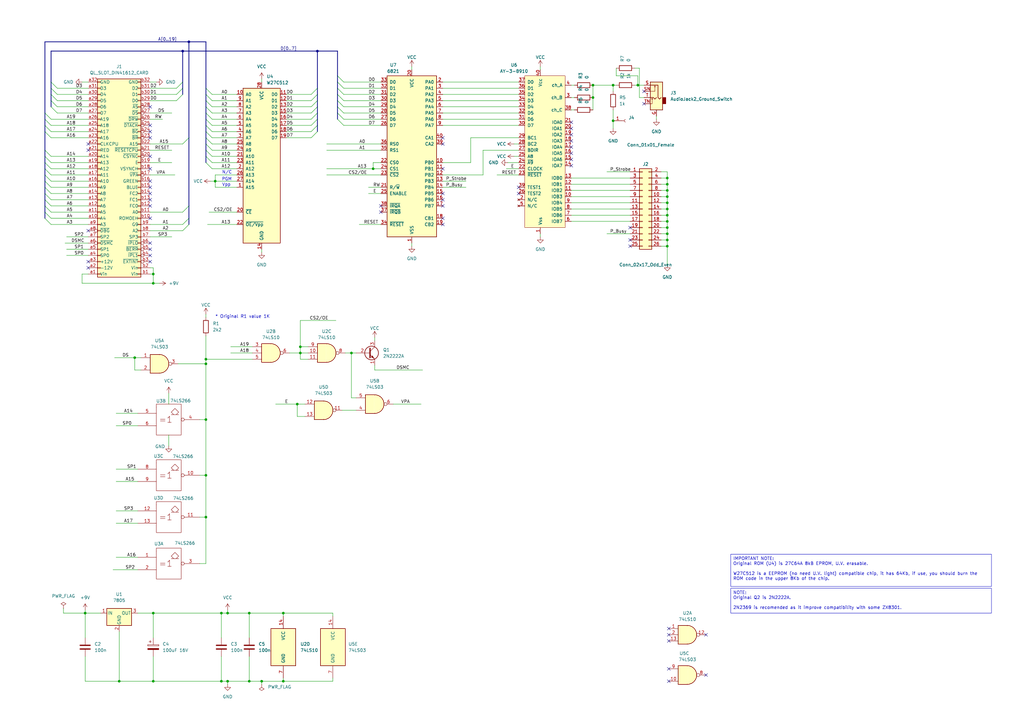
<source format=kicad_sch>
(kicad_sch (version 20230121) (generator eeschema)
  (paper "A3")
  (title_block (title "QSound/Qprint Interface for Sinclair QL") (date "2023-11-19") (rev "0.0b") (company "Alvaro Alea Fdz"))
  (junction (at 84.455 194.945))
  (junction (at 243.205 40.005))
  (junction (at 48.895 279.4))
  (junction (at 273.685 98.425))
  (junction (at 84.455 149.225))
  (junction (at 243.205 34.925))
  (junction (at 123.19 142.24))
  (junction (at 93.345 279.4))
  (junction (at 251.46 49.53))
  (junction (at 62.865 112.395))
  (junction (at 55.245 146.685))
  (junction (at 62.865 251.46))
  (junction (at 273.685 93.345))
  (junction (at 273.685 75.565))
  (junction (at 84.455 147.32))
  (junction (at 62.865 279.4))
  (junction (at 251.46 34.925))
  (junction (at 273.685 80.645))
  (junction (at 121.92 165.735))
  (junction (at 153.035 69.215))
  (junction (at 273.685 85.725))
  (junction (at 93.345 251.46))
  (junction (at 34.925 251.46))
  (junction (at 102.235 251.46))
  (junction (at 84.455 212.09))
  (junction (at 144.145 144.78))
  (junction (at 88.265 74.295))
  (junction (at 273.685 88.265))
  (junction (at 116.205 251.46))
  (junction (at 273.685 100.965))
  (junction (at 77.47 17.145))
  (junction (at 123.19 144.78))
  (junction (at 74.93 20.955))
  (junction (at 130.175 20.955))
  (junction (at 273.685 73.025))
  (junction (at 90.805 251.46))
  (junction (at 107.315 279.4))
  (junction (at 273.685 90.805))
  (junction (at 62.865 116.205))
  (junction (at 261.62 34.925))
  (junction (at 273.685 83.185))
  (junction (at 273.685 95.885))
  (junction (at 116.205 279.4))
  (junction (at 90.805 279.4))
  (junction (at 102.235 279.4))
  (junction (at 84.455 172.085))
  (junction (at 273.685 78.105))
  (no_connect (at 61.595 51.435))
  (no_connect (at 36.195 59.055))
  (no_connect (at 36.195 94.615))
  (no_connect (at 61.595 43.815))
  (no_connect (at 61.595 53.975))
  (no_connect (at 61.595 56.515))
  (no_connect (at 61.595 79.375))
  (no_connect (at 61.595 81.915))
  (no_connect (at 61.595 84.455))
  (no_connect (at 61.595 89.535))
  (no_connect (at 61.595 99.695))
  (no_connect (at 61.595 102.235))
  (no_connect (at 61.595 104.775))
  (no_connect (at 61.595 107.315))
  (no_connect (at 156.21 84.455))
  (no_connect (at 156.21 86.995))
  (no_connect (at 181.61 56.515))
  (no_connect (at 181.61 59.055))
  (no_connect (at 181.61 69.215))
  (no_connect (at 181.61 79.375))
  (no_connect (at 181.61 81.915))
  (no_connect (at 181.61 84.455))
  (no_connect (at 181.61 89.535))
  (no_connect (at 181.61 92.075))
  (no_connect (at 36.195 107.315))
  (no_connect (at 36.195 109.855))
  (no_connect (at 264.16 42.545))
  (no_connect (at 264.16 37.465))
  (no_connect (at 212.725 76.835))
  (no_connect (at 212.725 79.375))
  (no_connect (at 234.315 50.165))
  (no_connect (at 234.315 52.705))
  (no_connect (at 234.315 55.245))
  (no_connect (at 234.315 57.785))
  (no_connect (at 234.315 60.325))
  (no_connect (at 234.315 62.865))
  (no_connect (at 234.315 65.405))
  (no_connect (at 234.315 67.945))
  (no_connect (at 258.445 93.345))
  (no_connect (at 258.445 98.425))
  (no_connect (at 258.445 100.965))
  (no_connect (at 274.32 257.81))
  (no_connect (at 274.32 260.35))
  (no_connect (at 274.32 262.89))
  (no_connect (at 274.32 274.32))
  (no_connect (at 274.32 279.4))
  (no_connect (at 289.56 260.35))
  (no_connect (at 289.56 276.86))
  (no_connect (at 36.195 61.595))
  (no_connect (at 61.595 64.135))
  (no_connect (at 61.595 69.215))
  (no_connect (at 61.595 74.295))
  (no_connect (at 61.595 76.835))
  (bus_entry (at 130.175 43.815) (size -2.54 2.54))
  (bus_entry (at 77.47 92.075) (size -2.54 2.54))
  (bus_entry (at 18.415 76.835) (size 2.54 2.54))
  (bus_entry (at 84.455 48.895) (size 2.54 2.54))
  (bus_entry (at 18.415 71.755) (size 2.54 2.54))
  (bus_entry (at 77.47 89.535) (size -2.54 2.54))
  (bus_entry (at 84.455 56.515) (size 2.54 2.54))
  (bus_entry (at 20.955 38.735) (size 2.54 2.54))
  (bus_entry (at 18.415 86.995) (size 2.54 2.54))
  (bus_entry (at 130.175 36.195) (size -2.54 2.54))
  (bus_entry (at 84.455 38.735) (size 2.54 2.54))
  (bus_entry (at 20.955 41.275) (size 2.54 2.54))
  (bus_entry (at 18.415 84.455) (size 2.54 2.54))
  (bus_entry (at 18.415 89.535) (size 2.54 2.54))
  (bus_entry (at 84.455 66.675) (size 2.54 2.54))
  (bus_entry (at 138.43 31.115) (size 2.54 2.54))
  (bus_entry (at 84.455 43.815) (size 2.54 2.54))
  (bus_entry (at 138.43 46.355) (size 2.54 2.54))
  (bus_entry (at 84.455 46.355) (size 2.54 2.54))
  (bus_entry (at 20.955 36.195) (size 2.54 2.54))
  (bus_entry (at 84.455 36.195) (size 2.54 2.54))
  (bus_entry (at 18.415 64.135) (size 2.54 2.54))
  (bus_entry (at 20.955 43.815) (size 2.54 2.54))
  (bus_entry (at 20.955 33.655) (size 2.54 2.54))
  (bus_entry (at 74.93 33.655) (size -2.54 2.54))
  (bus_entry (at 18.415 46.355) (size 2.54 2.54))
  (bus_entry (at 138.43 36.195) (size 2.54 2.54))
  (bus_entry (at 130.175 48.895) (size -2.54 2.54))
  (bus_entry (at 84.455 51.435) (size 2.54 2.54))
  (bus_entry (at 130.175 38.735) (size -2.54 2.54))
  (bus_entry (at 18.415 81.915) (size 2.54 2.54))
  (bus_entry (at 18.415 61.595) (size 2.54 2.54))
  (bus_entry (at 18.415 74.295) (size 2.54 2.54))
  (bus_entry (at 138.43 38.735) (size 2.54 2.54))
  (bus_entry (at 77.47 84.455) (size -2.54 2.54))
  (bus_entry (at 130.175 46.355) (size -2.54 2.54))
  (bus_entry (at 130.175 53.975) (size -2.54 2.54))
  (bus_entry (at 77.47 56.515) (size -2.54 2.54))
  (bus_entry (at 138.43 48.895) (size 2.54 2.54))
  (bus_entry (at 18.415 69.215) (size 2.54 2.54))
  (bus_entry (at 18.415 66.675) (size 2.54 2.54))
  (bus_entry (at 130.175 41.275) (size -2.54 2.54))
  (bus_entry (at 138.43 43.815) (size 2.54 2.54))
  (bus_entry (at 84.455 61.595) (size 2.54 2.54))
  (bus_entry (at 84.455 53.975) (size 2.54 2.54))
  (bus_entry (at 18.415 51.435) (size 2.54 2.54))
  (bus_entry (at 138.43 33.655) (size 2.54 2.54))
  (bus_entry (at 74.93 38.735) (size -2.54 2.54))
  (bus_entry (at 18.415 79.375) (size 2.54 2.54))
  (bus_entry (at 18.415 53.975) (size 2.54 2.54))
  (bus_entry (at 130.175 51.435) (size -2.54 2.54))
  (bus_entry (at 84.455 64.135) (size 2.54 2.54))
  (bus_entry (at 74.93 36.195) (size -2.54 2.54))
  (bus_entry (at 18.415 48.895) (size 2.54 2.54))
  (bus_entry (at 84.455 59.055) (size 2.54 2.54))
  (bus_entry (at 138.43 41.275) (size 2.54 2.54))
  (bus_entry (at 84.455 41.275) (size 2.54 2.54))
  (wire (pts (xy 234.315 45.085) (xy 235.585 45.085)))
  (bus (pts (xy 84.455 61.595) (xy 84.455 64.135)))
  (wire (pts (xy 47.625 197.485) (xy 56.515 197.485)))
  (bus (pts (xy 18.415 76.835) (xy 18.415 79.375)))
  (wire (pts (xy 107.315 102.235) (xy 107.315 103.505)))
  (bus (pts (xy 74.93 33.655) (xy 74.93 36.195)))
  (wire (pts (xy 61.595 94.615) (xy 74.93 94.615)))
  (wire (pts (xy 248.92 70.485) (xy 258.445 70.485)))
  (wire (pts (xy 168.91 99.695) (xy 168.91 100.965)))
  (wire (pts (xy 210.82 59.055) (xy 212.725 59.055)))
  (wire (pts (xy 117.475 38.735) (xy 127.635 38.735)))
  (wire (pts (xy 20.955 79.375) (xy 36.195 79.375)))
  (wire (pts (xy 260.35 34.925) (xy 261.62 34.925)))
  (bus (pts (xy 130.175 41.275) (xy 130.175 43.815)))
  (bus (pts (xy 138.43 31.115) (xy 138.43 33.655)))
  (wire (pts (xy 46.355 233.68) (xy 56.515 233.68)))
  (wire (pts (xy 102.235 251.46) (xy 102.235 261.62)))
  (wire (pts (xy 69.215 161.29) (xy 69.215 165.735)))
  (bus (pts (xy 18.415 69.215) (xy 18.415 71.755)))
  (wire (pts (xy 61.595 38.735) (xy 72.39 38.735)))
  (wire (pts (xy 153.035 66.675) (xy 153.035 69.215)))
  (wire (pts (xy 156.21 66.675) (xy 153.035 66.675)))
  (wire (pts (xy 86.995 48.895) (xy 97.155 48.895)))
  (bus (pts (xy 84.455 43.815) (xy 84.455 46.355)))
  (wire (pts (xy 271.145 75.565) (xy 273.685 75.565)))
  (bus (pts (xy 18.415 46.355) (xy 18.415 48.895)))
  (bus (pts (xy 138.43 38.735) (xy 138.43 41.275)))
  (wire (pts (xy 140.97 38.735) (xy 156.21 38.735)))
  (wire (pts (xy 86.995 59.055) (xy 97.155 59.055)))
  (bus (pts (xy 138.43 46.355) (xy 138.43 48.895)))
  (wire (pts (xy 181.61 41.275) (xy 212.725 41.275)))
  (wire (pts (xy 20.955 76.835) (xy 36.195 76.835)))
  (bus (pts (xy 77.47 17.145) (xy 84.455 17.145)))
  (bus (pts (xy 84.455 17.145) (xy 84.455 36.195)))
  (wire (pts (xy 133.985 69.215) (xy 153.035 69.215)))
  (wire (pts (xy 153.035 69.215) (xy 156.21 69.215)))
  (wire (pts (xy 86.995 43.815) (xy 97.155 43.815)))
  (wire (pts (xy 117.475 51.435) (xy 127.635 51.435)))
  (wire (pts (xy 258.445 78.105) (xy 234.315 78.105)))
  (wire (pts (xy 221.615 27.305) (xy 221.615 28.575)))
  (wire (pts (xy 85.725 86.995) (xy 97.155 86.995)))
  (wire (pts (xy 121.92 170.815) (xy 125.095 170.815)))
  (wire (pts (xy 140.97 36.195) (xy 156.21 36.195)))
  (wire (pts (xy 84.455 231.14) (xy 81.915 231.14)))
  (wire (pts (xy 23.495 46.355) (xy 36.195 46.355)))
  (wire (pts (xy 86.995 61.595) (xy 97.155 61.595)))
  (wire (pts (xy 93.345 279.4) (xy 102.235 279.4)))
  (wire (pts (xy 102.235 279.4) (xy 107.315 279.4)))
  (wire (pts (xy 107.315 279.4) (xy 116.205 279.4)))
  (wire (pts (xy 116.205 279.4) (xy 136.525 279.4)))
  (wire (pts (xy 107.315 279.4) (xy 107.315 280.67)))
  (bus (pts (xy 18.415 61.595) (xy 18.415 64.135)))
  (wire (pts (xy 61.595 92.075) (xy 74.93 92.075)))
  (wire (pts (xy 88.265 76.835) (xy 97.155 76.835)))
  (wire (pts (xy 88.265 71.755) (xy 88.265 74.295)))
  (wire (pts (xy 62.865 269.24) (xy 62.865 279.4)))
  (wire (pts (xy 61.595 46.355) (xy 70.485 46.355)))
  (bus (pts (xy 84.455 56.515) (xy 84.455 59.055)))
  (wire (pts (xy 47.625 209.55) (xy 56.515 209.55)))
  (wire (pts (xy 34.925 251.46) (xy 26.035 251.46)))
  (wire (pts (xy 140.97 46.355) (xy 156.21 46.355)))
  (wire (pts (xy 117.475 41.275) (xy 127.635 41.275)))
  (wire (pts (xy 61.595 41.275) (xy 72.39 41.275)))
  (wire (pts (xy 23.495 36.195) (xy 36.195 36.195)))
  (wire (pts (xy 61.595 86.995) (xy 74.93 86.995)))
  (wire (pts (xy 271.145 100.965) (xy 273.685 100.965)))
  (wire (pts (xy 258.445 83.185) (xy 234.315 83.185)))
  (wire (pts (xy 27.305 102.235) (xy 36.195 102.235)))
  (wire (pts (xy 20.955 48.895) (xy 36.195 48.895)))
  (wire (pts (xy 61.595 97.155) (xy 70.485 97.155)))
  (wire (pts (xy 84.455 137.795) (xy 84.455 147.32)))
  (wire (pts (xy 84.455 149.225) (xy 84.455 172.085)))
  (wire (pts (xy 84.455 172.085) (xy 84.455 194.945)))
  (wire (pts (xy 84.455 194.945) (xy 84.455 212.09)))
  (wire (pts (xy 84.455 212.09) (xy 84.455 231.14)))
  (wire (pts (xy 271.145 70.485) (xy 273.685 70.485)))
  (wire (pts (xy 47.625 228.6) (xy 56.515 228.6)))
  (wire (pts (xy 34.925 250.19) (xy 34.925 251.46)))
  (wire (pts (xy 20.955 86.995) (xy 36.195 86.995)))
  (wire (pts (xy 136.525 278.13) (xy 136.525 279.4)))
  (wire (pts (xy 34.925 279.4) (xy 48.895 279.4)))
  (wire (pts (xy 48.895 259.08) (xy 48.895 279.4)))
  (wire (pts (xy 48.895 279.4) (xy 62.865 279.4)))
  (wire (pts (xy 62.865 279.4) (xy 90.805 279.4)))
  (wire (pts (xy 90.805 279.4) (xy 93.345 279.4)))
  (wire (pts (xy 248.92 95.885) (xy 258.445 95.885)))
  (wire (pts (xy 86.995 66.675) (xy 97.155 66.675)))
  (wire (pts (xy 133.985 59.055) (xy 156.21 59.055)))
  (wire (pts (xy 140.97 41.275) (xy 156.21 41.275)))
  (wire (pts (xy 121.92 165.735) (xy 125.095 165.735)))
  (wire (pts (xy 61.595 33.655) (xy 64.135 33.655)))
  (wire (pts (xy 181.61 36.195) (xy 212.725 36.195)))
  (bus (pts (xy 77.47 89.535) (xy 77.47 92.075)))
  (wire (pts (xy 81.915 212.09) (xy 84.455 212.09)))
  (wire (pts (xy 271.145 73.025) (xy 273.685 73.025)))
  (wire (pts (xy 34.925 269.24) (xy 34.925 279.4)))
  (wire (pts (xy 62.865 116.205) (xy 65.405 116.205)))
  (bus (pts (xy 138.43 20.955) (xy 138.43 31.115)))
  (wire (pts (xy 271.145 90.805) (xy 273.685 90.805)))
  (wire (pts (xy 26.035 249.555) (xy 26.035 251.46)))
  (wire (pts (xy 161.29 165.735) (xy 172.72 165.735)))
  (wire (pts (xy 20.955 64.135) (xy 36.195 64.135)))
  (wire (pts (xy 61.595 66.675) (xy 70.485 66.675)))
  (wire (pts (xy 140.97 48.895) (xy 156.21 48.895)))
  (wire (pts (xy 86.995 41.275) (xy 97.155 41.275)))
  (wire (pts (xy 117.475 48.895) (xy 127.635 48.895)))
  (wire (pts (xy 181.61 66.675) (xy 193.04 66.675)))
  (wire (pts (xy 193.04 56.515) (xy 212.725 56.515)))
  (wire (pts (xy 193.04 66.675) (xy 193.04 56.515)))
  (wire (pts (xy 210.82 64.135) (xy 212.725 64.135)))
  (bus (pts (xy 130.175 38.735) (xy 130.175 41.275)))
  (wire (pts (xy 123.19 144.78) (xy 123.19 147.32)))
  (wire (pts (xy 34.925 251.46) (xy 34.925 261.62)))
  (wire (pts (xy 55.245 151.765) (xy 57.785 151.765)))
  (wire (pts (xy 271.145 83.185) (xy 273.685 83.185)))
  (wire (pts (xy 117.475 43.815) (xy 127.635 43.815)))
  (wire (pts (xy 181.61 51.435) (xy 212.725 51.435)))
  (wire (pts (xy 251.46 34.925) (xy 251.46 37.465)))
  (wire (pts (xy 61.595 112.395) (xy 62.865 112.395)))
  (wire (pts (xy 153.67 149.86) (xy 153.67 151.765)))
  (wire (pts (xy 153.67 151.765) (xy 173.355 151.765)))
  (wire (pts (xy 181.61 46.355) (xy 212.725 46.355)))
  (bus (pts (xy 77.47 84.455) (xy 77.47 89.535)))
  (wire (pts (xy 123.19 144.78) (xy 126.365 144.78)))
  (wire (pts (xy 123.19 142.24) (xy 126.365 142.24)))
  (wire (pts (xy 86.995 64.135) (xy 97.155 64.135)))
  (bus (pts (xy 84.455 41.275) (xy 84.455 43.815)))
  (wire (pts (xy 23.495 41.275) (xy 36.195 41.275)))
  (wire (pts (xy 61.595 61.595) (xy 70.485 61.595)))
  (wire (pts (xy 86.995 46.355) (xy 97.155 46.355)))
  (bus (pts (xy 18.415 48.895) (xy 18.415 51.435)))
  (wire (pts (xy 243.205 40.005) (xy 243.205 45.085)))
  (wire (pts (xy 41.275 251.46) (xy 34.925 251.46)))
  (wire (pts (xy 20.955 71.755) (xy 36.195 71.755)))
  (wire (pts (xy 262.255 27.94) (xy 260.35 27.94)))
  (wire (pts (xy 20.955 92.075) (xy 36.195 92.075)))
  (wire (pts (xy 93.345 279.4) (xy 93.345 280.67)))
  (wire (pts (xy 261.62 31.115) (xy 252.73 31.115)))
  (wire (pts (xy 140.97 43.815) (xy 156.21 43.815)))
  (bus (pts (xy 130.175 46.355) (xy 130.175 48.895)))
  (bus (pts (xy 84.455 59.055) (xy 84.455 61.595)))
  (wire (pts (xy 86.995 51.435) (xy 97.155 51.435)))
  (bus (pts (xy 20.955 33.655) (xy 20.955 36.195)))
  (wire (pts (xy 86.36 74.295) (xy 88.265 74.295)))
  (wire (pts (xy 156.21 71.755) (xy 133.985 71.755)))
  (wire (pts (xy 207.645 69.215) (xy 212.725 69.215)))
  (bus (pts (xy 20.955 38.735) (xy 20.955 41.275)))
  (wire (pts (xy 62.865 251.46) (xy 62.865 261.62)))
  (wire (pts (xy 181.61 33.655) (xy 212.725 33.655)))
  (bus (pts (xy 84.455 46.355) (xy 84.455 48.895)))
  (bus (pts (xy 130.175 36.195) (xy 130.175 38.735)))
  (wire (pts (xy 20.955 69.215) (xy 36.195 69.215)))
  (wire (pts (xy 61.595 59.055) (xy 74.93 59.055)))
  (wire (pts (xy 181.61 43.815) (xy 212.725 43.815)))
  (wire (pts (xy 203.835 71.755) (xy 212.725 71.755)))
  (wire (pts (xy 113.03 165.735) (xy 121.92 165.735)))
  (wire (pts (xy 20.955 53.975) (xy 36.195 53.975)))
  (bus (pts (xy 18.415 79.375) (xy 18.415 81.915)))
  (wire (pts (xy 33.655 112.395) (xy 33.655 116.205)))
  (wire (pts (xy 33.655 116.205) (xy 62.865 116.205)))
  (wire (pts (xy 36.195 112.395) (xy 33.655 112.395)))
  (wire (pts (xy 62.865 109.855) (xy 61.595 109.855)))
  (wire (pts (xy 62.865 112.395) (xy 62.865 109.855)))
  (wire (pts (xy 62.865 116.205) (xy 62.865 112.395)))
  (wire (pts (xy 258.445 88.265) (xy 234.315 88.265)))
  (wire (pts (xy 243.205 34.925) (xy 243.205 40.005)))
  (wire (pts (xy 123.19 144.78) (xy 123.19 142.24)))
  (wire (pts (xy 86.995 53.975) (xy 97.155 53.975)))
  (wire (pts (xy 73.025 149.225) (xy 84.455 149.225)))
  (wire (pts (xy 151.13 79.375) (xy 156.21 79.375)))
  (wire (pts (xy 20.955 66.675) (xy 36.195 66.675)))
  (wire (pts (xy 84.455 147.32) (xy 84.455 149.225)))
  (wire (pts (xy 107.315 32.385) (xy 107.315 33.655)))
  (wire (pts (xy 153.67 138.43) (xy 153.67 139.7)))
  (wire (pts (xy 144.145 144.78) (xy 146.05 144.78)))
  (wire (pts (xy 243.205 34.925) (xy 251.46 34.925)))
  (wire (pts (xy 86.995 38.735) (xy 97.155 38.735)))
  (wire (pts (xy 133.985 61.595) (xy 156.21 61.595)))
  (bus (pts (xy 18.415 53.975) (xy 18.415 61.595)))
  (bus (pts (xy 138.43 36.195) (xy 138.43 38.735)))
  (bus (pts (xy 74.93 36.195) (xy 74.93 38.735)))
  (bus (pts (xy 18.415 64.135) (xy 18.415 66.675)))
  (wire (pts (xy 123.19 131.445) (xy 137.795 131.445)))
  (wire (pts (xy 116.205 251.46) (xy 116.205 252.73)))
  (wire (pts (xy 144.145 144.78) (xy 141.605 144.78)))
  (wire (pts (xy 234.315 34.925) (xy 235.585 34.925)))
  (wire (pts (xy 27.305 104.775) (xy 36.195 104.775)))
  (wire (pts (xy 69.215 178.435) (xy 69.215 182.88)))
  (bus (pts (xy 18.415 51.435) (xy 18.415 53.975)))
  (wire (pts (xy 61.595 48.895) (xy 66.675 48.895)))
  (wire (pts (xy 144.145 163.195) (xy 146.05 163.195)))
  (wire (pts (xy 86.995 69.215) (xy 97.155 69.215)))
  (wire (pts (xy 140.97 51.435) (xy 156.21 51.435)))
  (wire (pts (xy 81.915 194.945) (xy 84.455 194.945)))
  (bus (pts (xy 18.415 66.675) (xy 18.415 69.215)))
  (wire (pts (xy 208.28 66.675) (xy 212.725 66.675)))
  (wire (pts (xy 181.61 48.895) (xy 212.725 48.895)))
  (wire (pts (xy 20.955 81.915) (xy 36.195 81.915)))
  (wire (pts (xy 94.615 144.78) (xy 103.505 144.78)))
  (wire (pts (xy 47.625 174.625) (xy 56.515 174.625)))
  (wire (pts (xy 26.67 99.695) (xy 36.195 99.695)))
  (wire (pts (xy 258.445 73.025) (xy 234.315 73.025)))
  (wire (pts (xy 144.145 163.195) (xy 144.145 144.78)))
  (wire (pts (xy 261.62 34.925) (xy 261.62 31.115)))
  (wire (pts (xy 46.99 146.685) (xy 55.245 146.685)))
  (wire (pts (xy 181.61 74.295) (xy 191.135 74.295)))
  (wire (pts (xy 88.265 74.295) (xy 97.155 74.295)))
  (wire (pts (xy 20.955 84.455) (xy 36.195 84.455)))
  (wire (pts (xy 258.445 75.565) (xy 234.315 75.565)))
  (wire (pts (xy 81.915 172.085) (xy 84.455 172.085)))
  (wire (pts (xy 271.145 98.425) (xy 273.685 98.425)))
  (wire (pts (xy 269.24 47.625) (xy 269.24 48.895)))
  (wire (pts (xy 181.61 38.735) (xy 212.725 38.735)))
  (wire (pts (xy 181.61 71.755) (xy 198.12 71.755)))
  (wire (pts (xy 198.12 61.595) (xy 212.725 61.595)))
  (wire (pts (xy 198.12 71.755) (xy 198.12 61.595)))
  (bus (pts (xy 18.415 86.995) (xy 18.415 89.535)))
  (wire (pts (xy 168.91 27.305) (xy 168.91 28.575)))
  (wire (pts (xy 140.97 33.655) (xy 156.21 33.655)))
  (wire (pts (xy 117.475 53.975) (xy 127.635 53.975)))
  (wire (pts (xy 103.505 147.32) (xy 84.455 147.32)))
  (wire (pts (xy 62.865 251.46) (xy 90.805 251.46)))
  (wire (pts (xy 90.805 251.46) (xy 93.345 251.46)))
  (wire (pts (xy 90.805 261.62) (xy 90.805 251.46)))
  (wire (pts (xy 258.445 90.805) (xy 234.315 90.805)))
  (wire (pts (xy 33.655 33.655) (xy 36.195 33.655)))
  (bus (pts (xy 84.455 53.975) (xy 84.455 56.515)))
  (wire (pts (xy 123.19 147.32) (xy 126.365 147.32)))
  (bus (pts (xy 130.175 48.895) (xy 130.175 51.435)))
  (bus (pts (xy 138.43 43.815) (xy 138.43 46.355)))
  (wire (pts (xy 20.955 74.295) (xy 36.195 74.295)))
  (bus (pts (xy 84.455 36.195) (xy 84.455 38.735)))
  (wire (pts (xy 117.475 46.355) (xy 127.635 46.355)))
  (wire (pts (xy 47.625 192.405) (xy 56.515 192.405)))
  (wire (pts (xy 147.32 92.075) (xy 156.21 92.075)))
  (bus (pts (xy 130.175 20.955) (xy 130.175 36.195)))
  (bus (pts (xy 130.175 20.955) (xy 138.43 20.955)))
  (bus (pts (xy 130.175 51.435) (xy 130.175 53.975)))
  (wire (pts (xy 271.145 78.105) (xy 273.685 78.105)))
  (wire (pts (xy 23.495 38.735) (xy 36.195 38.735)))
  (wire (pts (xy 264.16 40.005) (xy 262.255 40.005)))
  (wire (pts (xy 85.09 92.075) (xy 97.155 92.075)))
  (bus (pts (xy 84.455 64.135) (xy 84.455 66.675)))
  (wire (pts (xy 103.505 142.24) (xy 94.615 142.24)))
  (wire (pts (xy 258.445 80.645) (xy 234.315 80.645)))
  (bus (pts (xy 18.415 71.755) (xy 18.415 74.295)))
  (wire (pts (xy 273.685 73.025) (xy 273.685 70.485)))
  (wire (pts (xy 273.685 75.565) (xy 273.685 73.025)))
  (wire (pts (xy 273.685 78.105) (xy 273.685 75.565)))
  (wire (pts (xy 273.685 80.645) (xy 273.685 78.105)))
  (wire (pts (xy 273.685 83.185) (xy 273.685 80.645)))
  (wire (pts (xy 273.685 85.725) (xy 273.685 83.185)))
  (wire (pts (xy 273.685 88.265) (xy 273.685 85.725)))
  (wire (pts (xy 273.685 90.805) (xy 273.685 88.265)))
  (wire (pts (xy 273.685 93.345) (xy 273.685 90.805)))
  (wire (pts (xy 273.685 95.885) (xy 273.685 93.345)))
  (wire (pts (xy 273.685 98.425) (xy 273.685 95.885)))
  (wire (pts (xy 273.685 100.965) (xy 273.685 98.425)))
  (wire (pts (xy 273.685 100.965) (xy 273.685 108.585)))
  (wire (pts (xy 258.445 85.725) (xy 234.315 85.725)))
  (bus (pts (xy 138.43 41.275) (xy 138.43 43.815)))
  (wire (pts (xy 86.995 56.515) (xy 97.155 56.515)))
  (wire (pts (xy 140.335 168.275) (xy 146.05 168.275)))
  (wire (pts (xy 27.305 97.155) (xy 36.195 97.155)))
  (bus (pts (xy 20.955 20.955) (xy 20.955 33.655)))
  (bus (pts (xy 20.955 20.955) (xy 74.93 20.955)))
  (bus (pts (xy 74.93 20.955) (xy 74.93 33.655)))
  (bus (pts (xy 74.93 20.955) (xy 130.175 20.955)))
  (bus (pts (xy 18.415 81.915) (xy 18.415 84.455)))
  (wire (pts (xy 234.315 40.005) (xy 235.585 40.005)))
  (wire (pts (xy 93.345 250.19) (xy 93.345 251.46)))
  (bus (pts (xy 18.415 84.455) (xy 18.415 86.995)))
  (wire (pts (xy 181.61 76.835) (xy 191.135 76.835)))
  (wire (pts (xy 136.525 251.46) (xy 136.525 252.73)))
  (wire (pts (xy 88.265 74.295) (xy 88.265 76.835)))
  (wire (pts (xy 221.615 95.885) (xy 221.615 97.155)))
  (wire (pts (xy 271.145 80.645) (xy 273.685 80.645)))
  (wire (pts (xy 20.955 51.435) (xy 36.195 51.435)))
  (bus (pts (xy 18.415 17.145) (xy 18.415 46.355)))
  (bus (pts (xy 18.415 17.145) (xy 77.47 17.145)))
  (bus (pts (xy 77.47 17.145) (xy 77.47 56.515)))
  (wire (pts (xy 271.145 85.725) (xy 273.685 85.725)))
  (bus (pts (xy 20.955 36.195) (xy 20.955 38.735)))
  (wire (pts (xy 261.62 34.925) (xy 264.16 34.925)))
  (wire (pts (xy 117.475 56.515) (xy 127.635 56.515)))
  (wire (pts (xy 262.255 40.005) (xy 262.255 27.94)))
  (bus (pts (xy 130.175 43.815) (xy 130.175 46.355)))
  (wire (pts (xy 118.745 144.78) (xy 123.19 144.78)))
  (bus (pts (xy 18.415 74.295) (xy 18.415 76.835)))
  (wire (pts (xy 252.73 31.115) (xy 252.73 27.94)))
  (wire (pts (xy 251.46 34.925) (xy 252.73 34.925)))
  (wire (pts (xy 90.805 269.24) (xy 90.805 279.4)))
  (bus (pts (xy 84.455 48.895) (xy 84.455 51.435)))
  (wire (pts (xy 55.245 146.685) (xy 55.245 151.765)))
  (wire (pts (xy 47.625 214.63) (xy 56.515 214.63)))
  (bus (pts (xy 84.455 51.435) (xy 84.455 53.975)))
  (wire (pts (xy 56.515 251.46) (xy 62.865 251.46)))
  (wire (pts (xy 93.345 251.46) (xy 102.235 251.46)))
  (wire (pts (xy 102.235 251.46) (xy 116.205 251.46)))
  (wire (pts (xy 116.205 251.46) (xy 136.525 251.46)))
  (bus (pts (xy 84.455 38.735) (xy 84.455 41.275)))
  (wire (pts (xy 88.265 71.755) (xy 97.155 71.755)))
  (wire (pts (xy 151.13 76.835) (xy 156.21 76.835)))
  (wire (pts (xy 121.92 165.735) (xy 121.92 170.815)))
  (wire (pts (xy 20.955 89.535) (xy 36.195 89.535)))
  (wire (pts (xy 61.595 71.755) (xy 71.755 71.755)))
  (wire (pts (xy 20.955 56.515) (xy 36.195 56.515)))
  (wire (pts (xy 61.595 36.195) (xy 72.39 36.195)))
  (bus (pts (xy 20.955 41.275) (xy 20.955 43.815)))
  (bus (pts (xy 77.47 56.515) (xy 77.47 84.455)))
  (wire (pts (xy 271.145 95.885) (xy 273.685 95.885)))
  (wire (pts (xy 55.245 146.685) (xy 57.785 146.685)))
  (wire (pts (xy 47.625 169.545) (xy 56.515 169.545)))
  (wire (pts (xy 271.145 93.345) (xy 273.685 93.345)))
  (wire (pts (xy 102.235 269.24) (xy 102.235 279.4)))
  (wire (pts (xy 84.455 128.905) (xy 84.455 130.175)))
  (wire (pts (xy 271.145 88.265) (xy 273.685 88.265)))
  (wire (pts (xy 23.495 43.815) (xy 36.195 43.815)))
  (bus (pts (xy 138.43 33.655) (xy 138.43 36.195)))
  (wire (pts (xy 116.205 278.13) (xy 116.205 279.4)))
  (wire (pts (xy 251.46 45.085) (xy 251.46 49.53)))
  (wire (pts (xy 251.46 49.53) (xy 251.46 52.705)))
  (wire (pts (xy 123.19 142.24) (xy 123.19 131.445)))
  (text_box "NOTE:\nOriginal Q2 is 2N2222A.\n\n2N2369 is recomended as it improve compatibility with some ZX8301.\n" (at 299.72 241.3 0) (size 106.934 10.16) (effects (font (size 1.27 1.27)) (justify left top)))
  (text_box "IMPORTANT NOTE:\nOriginal ROM (U4) is 27C64A 8kB EPROM, U.V. erasable.\n\nW27C512 is a EEPROM (no need U.V. light) compatible chip, it has 64Kb, if use, you should burn the ROM code in the upper 8Kb of the chip." (at 299.72 227.33 0) (size 106.934 13.208) (effects (font (size 1.27 1.27)) (justify left top)))
  (text "Vpp" (at 91.059 76.581 0) (effects (font (size 1.27 1.27)) (justify left bottom)))
  (text "N/C" (at 91.059 71.501 0) (effects (font (size 1.27 1.27)) (justify left bottom)))
  (text "* Original R1 value 1K" (at 88.265 130.683 0) (effects (font (size 1.27 1.27)) (justify left bottom)))
  (text "PGM" (at 90.932 74.295 0) (effects (font (size 1.27 1.27)) (justify left bottom)))
  (label "D6" (at 31.115 43.815 0))
  (label "A5" (at 27.305 86.995 0))
  (label "D4" (at 117.475 48.895 0))
  (label "A0" (at 90.805 38.735 0))
  (label "RW" (at 63.5 48.895 0))
  (label "A18" (at 98.425 144.78 0))
  (label "DSMC" (at 29.21 99.695 0))
  (label "D4" (at 31.115 38.735 0))
  (label "D6" (at 117.475 53.975 0))
  (label "A3" (at 27.305 92.075 0))
  (label "A15" (at 65.405 59.055 0))
  (label "A14" (at 27.305 64.135 0))
  (label "A16" (at 27.305 56.515 0))
  (label "D0" (at 151.13 33.655 0))
  (label "E" (at 64.77 66.675 0))
  (label "A4" (at 90.805 48.895 0))
  (label "D[0..7]" (at 114.935 20.955 0))
  (label "D4" (at 151.13 43.815 0))
  (label "D0" (at 117.475 38.735 0))
  (label "P_Busy" (at 182.88 76.835 0))
  (label "D1" (at 61.595 38.735 0))
  (label "VPA" (at 164.465 165.735 0))
  (label "D3" (at 151.13 41.275 0))
  (label "A1" (at 66.675 92.075 0))
  (label "D5" (at 151.13 46.355 0))
  (label "D3" (at 117.475 46.355 0))
  (label "SP2" (at 51.435 233.68 0))
  (label "A18" (at 27.305 51.435 0))
  (label "A6" (at 27.305 84.455 0))
  (label "DSMC" (at 162.56 151.765 0))
  (label "D5" (at 31.115 41.275 0))
  (label "VPA" (at 64.135 71.755 0))
  (label "A9" (at 27.305 76.835 0))
  (label "DS" (at 50.165 146.685 0))
  (label "E" (at 116.84 165.735 0))
  (label "A17" (at 50.8 214.63 0))
  (label "A8" (at 27.305 79.375 0))
  (label "A17" (at 27.305 53.975 0))
  (label "A10" (at 27.305 74.295 0))
  (label "A15" (at 51.435 197.485 0))
  (label "A10" (at 90.805 64.135 0))
  (label "D6" (at 151.13 48.895 0))
  (label "A13" (at 90.805 92.075 0))
  (label "A8" (at 90.805 59.055 0))
  (label "SP0" (at 50.165 174.625 0))
  (label "D2" (at 117.475 43.815 0))
  (label "D2" (at 61.595 36.195 0))
  (label "SP3" (at 64.77 97.155 0))
  (label "A11" (at 27.305 71.755 0))
  (label "A6" (at 90.805 53.975 0))
  (label "D7" (at 117.475 56.515 0))
  (label "A14" (at 50.8 169.545 0))
  (label "A7" (at 27.305 81.915 0))
  (label "RW" (at 153.035 76.835 0))
  (label "A1" (at 90.805 41.275 0))
  (label "A7" (at 90.805 56.515 0))
  (label "SP3" (at 50.8 209.55 0))
  (label "D7" (at 31.115 46.355 0))
  (label "A13" (at 27.305 66.675 0))
  (label "A5" (at 90.805 51.435 0))
  (label "D5" (at 117.475 51.435 0))
  (label "A13" (at 146.685 69.215 0))
  (label "P_Strobe" (at 182.88 74.295 0))
  (label "A0" (at 66.675 86.995 0))
  (label "E" (at 153.035 79.375 0))
  (label "A2" (at 66.675 94.615 0))
  (label "A19" (at 27.305 48.895 0))
  (label "CS2{slash}OE" (at 87.63 86.995 0))
  (label "SP1" (at 52.07 192.405 0))
  (label "CS2{slash}OE" (at 127 131.445 0))
  (label "A12" (at 90.805 69.215 0))
  (label "A4" (at 27.305 89.535 0))
  (label "D1" (at 117.475 41.275 0))
  (label "A16" (at 52.07 228.6 0))
  (label "RESET" (at 149.225 92.075 0))
  (label "D7" (at 151.13 51.435 0))
  (label "A12" (at 27.305 69.215 0))
  (label "P_Strobe" (at 250.19 70.485 0))
  (label "D3" (at 31.115 36.195 0))
  (label "P_Busy" (at 250.19 95.885 0))
  (label "DS" (at 64.77 46.355 0))
  (label "CS2{slash}OE" (at 142.875 71.755 0))
  (label "A11" (at 90.805 66.675 0))
  (label "E" (at 209.55 69.215 0))
  (label "A9" (at 90.805 61.595 0))
  (label "A1" (at 147.32 61.595 0))
  (label "SP2" (at 30.48 97.155 0))
  (label "SP0" (at 30.48 104.775 0))
  (label "D2" (at 151.13 38.735 0))
  (label "RESET" (at 205.74 71.755 0))
  (label "D0" (at 61.595 41.275 0))
  (label "RESET" (at 63.5 61.595 0))
  (label "D1" (at 151.13 36.195 0))
  (label "A3" (at 90.805 46.355 0))
  (label "A19" (at 98.425 142.24 0))
  (label "A0" (at 147.32 59.055 0))
  (label "A[0..19]" (at 64.77 17.145 0))
  (label "A2" (at 90.805 43.815 0))
  (label "SP1" (at 30.48 102.235 0))
  (symbol (lib_id "Device:C_Polarized") (at 62.865 265.43 0) (unit 1)
    (property "Reference" "C4" (at 66.675 264.1599 0) (effects (justify left)))
    (property "Value" "100uF 16V" (at 66.675 266.7 0) (effects (justify left)))
    (property "Footprint" "Capacitor_THT:CP_Radial_D8.0mm_P5.00mm" (effects hide))
  )
  (symbol (lib_id "Device:R") (at 256.54 27.94 90) (unit 1)
    (property "Reference" "R7" (at 255.2699 25.4 0) (effects (justify left)))
    (property "Value" "0" (at 257.81 25.4 0) (effects (justify left)))
    (property "Footprint" "Resistor_THT:R_Axial_DIN0207_L6.3mm_D2.5mm_P7.62mm_Horizontal" (effects hide))
  )
  (symbol (lib_id "power:GND") (at 33.655 33.655 270) (unit 1)
    (property "Reference" "#PWR0117" (effects hide))
    (property "Value" "GND" (at 26.035 33.6549 90) (effects (justify left)))
  )
  (symbol (lib_id "74xx_IEEE:74LS266") (at 69.215 212.09 0) (unit 4)
    (property "Reference" "U3" (at 65.024 204.216 0))
    (property "Value" "74LS266" (at 75.184 204.343 0))
    (property "Footprint" "Package_DIP:DIP-14_W7.62mm_LongPads" (effects hide))
  )
  (symbol (lib_id "power:VCC") (at 210.82 59.055 90) (unit 1)
    (property "Reference" "#PWR09" (effects hide))
    (property "Value" "VCC" (at 205.74 59.055 90))
  )
  (symbol (lib_id "74xx:74LS03") (at 153.67 165.735 0) (mirror x) (unit 2)
    (property "Reference" "U5" (at 153.67 156.21 0))
    (property "Value" "74LS03" (at 153.67 158.75 0))
    (property "Footprint" "Package_DIP:DIP-14_W7.62mm_LongPads" (effects hide))
    (property "Datasheet" "http://www.ti.com/lit/gpn/sn74LS03" (effects hide))
  )
  (symbol (lib_id "Connector_Audio:AudioJack2_Ground_Switch") (at 269.24 40.005 0) (mirror y) (unit 1)
    (property "Reference" "J3" (at 274.955 38.1 0) (effects (justify right)))
    (property "Value" "AudioJack2_Ground_Switch" (at 274.955 40.64 0) (effects (justify right)))
    (property "Footprint" "8bits:AUDIO-JACK" (effects hide))
  )
  (symbol (lib_id "74xx_IEEE:74LS266") (at 69.215 172.085 0) (unit 2)
    (property "Reference" "U3" (at 66.04 164.465 0))
    (property "Value" "74LS266" (at 74.041 164.338 0))
    (property "Footprint" "Package_DIP:DIP-14_W7.62mm_LongPads" (effects hide))
  )
  (symbol (lib_id "power:GND") (at 107.315 103.505 0) (unit 1)
    (property "Reference" "#PWR0108" (effects hide))
    (property "Value" "GND" (at 107.315 108.585 0))
  )
  (symbol (lib_id "74xx_IEEE:74LS266") (at 69.215 231.14 0) (unit 1)
    (property "Reference" "U3" (at 65.151 223.012 0))
    (property "Value" "74LS266" (at 75.819 222.758 0))
    (property "Footprint" "Package_DIP:DIP-14_W7.62mm_LongPads" (effects hide))
  )
  (symbol (lib_id "Device:C") (at 102.235 265.43 0) (unit 1)
    (property "Reference" "C5" (at 106.045 264.1599 0) (effects (justify left)))
    (property "Value" "100n" (at 106.045 266.7 0) (effects (justify left)))
    (property "Footprint" "Capacitor_THT:C_Disc_D4.3mm_W1.9mm_P5.00mm" (effects hide))
  )
  (symbol (lib_id "power:GND") (at 208.28 66.675 270) (unit 1)
    (property "Reference" "#PWR08" (effects hide))
    (property "Value" "GND" (at 204.47 66.6749 90) (effects (justify right)))
  )
  (symbol (lib_id "power:VCC") (at 168.91 27.305 0) (unit 1)
    (property "Reference" "#PWR03" (effects hide))
    (property "Value" "VCC" (at 168.91 23.495 0))
  )
  (symbol (lib_id "74xx:74LS03") (at 132.715 168.275 0) (unit 4)
    (property "Reference" "U5" (at 132.715 158.75 0))
    (property "Value" "74LS03" (at 132.715 161.29 0))
    (property "Footprint" "Package_DIP:DIP-14_W7.62mm_LongPads" (effects hide))
    (property "Datasheet" "http://www.ti.com/lit/gpn/sn74LS03" (effects hide))
  )
  (symbol (lib_id "Transistor_BJT:PN2222A") (at 151.13 144.78 0) (unit 1)
    (property "Reference" "Q1" (at 157.099 143.5099 0) (effects (justify left)))
    (property "Value" "2N2222A" (at 157.099 146.0499 0) (effects (justify left)))
    (property "Footprint" "Package_TO_SOT_THT:TO-92_Inline" (effects hide))
    (property "Datasheet" "https://www.onsemi.com/pub/Collateral/PN2222-D.PDF" (effects hide))
  )
  (symbol (lib_id "power:GND") (at 69.215 182.88 0) (unit 1)
    (property "Reference" "#PWR0106" (effects hide))
    (property "Value" "GND" (at 65.659 183.134 0))
  )
  (symbol (lib_id "power:VCC") (at 86.36 74.295 90) (unit 1)
    (property "Reference" "#PWR05" (effects hide))
    (property "Value" "VCC" (at 81.28 74.295 90))
  )
  (symbol (lib_id "74xx:74LS03") (at 136.525 265.43 0) (unit 5)
    (property "Reference" "U5" (at 142.875 264.1599 0) (effects (justify left)))
    (property "Value" "74LS03" (at 142.875 266.6999 0) (effects (justify left)))
    (property "Footprint" "Package_DIP:DIP-14_W7.62mm_LongPads" (effects hide))
    (property "Datasheet" "http://www.ti.com/lit/gpn/sn74LS03" (effects hide))
  )
  (symbol (lib_id "8bits:QL_SLOT_DIN41612_CARD") (at 48.895 71.755 0) (unit 1)
    (property "Reference" "J1" (at 48.895 27.305 0))
    (property "Value" "QL_SLOT_DIN41612_CARD" (at 48.895 29.845 0))
    (property "Footprint" "8bits:DIN41612_B_2x32_Male_Horizontal_THT" (effects hide))
  )
  (symbol (lib_id "74xx:74LS10") (at 116.205 265.43 0) (unit 4)
    (property "Reference" "U2" (at 123.19 264.1599 0) (effects (justify left)))
    (property "Value" "74LS10" (at 123.19 266.6999 0) (effects (justify left)))
    (property "Footprint" "Package_DIP:DIP-14_W7.62mm_LongPads" (effects hide))
    (property "Datasheet" "http://www.ti.com/lit/gpn/sn74LS10" (effects hide))
  )
  (symbol (lib_id "Connector:Conn_01x01_Socket") (at 256.54 49.53 0) (unit 1) (in_bom no)
    (property "Reference" "J4" (at 257.81 48.2599 0) (effects (justify left)))
    (property "Value" "Conn_01x01_Female" (at 257.175 59.436 0) (effects (justify left)))
    (property "Footprint" "Connector_PinHeader_2.54mm:PinHeader_1x01_P2.54mm_Vertical" (effects hide))
  )
  (symbol (lib_id "power:VCC") (at 93.345 250.19 0) (unit 1)
    (property "Reference" "#PWR0114" (effects hide))
    (property "Value" "VCC" (at 93.345 245.11 0))
  )
  (symbol (lib_id "74xx:74LS10") (at 111.125 144.78 0) (unit 2)
    (property "Reference" "U2" (at 111.125 135.89 0))
    (property "Value" "74LS10" (at 111.125 138.43 0))
    (property "Footprint" "Package_DIP:DIP-14_W7.62mm_LongPads" (effects hide))
    (property "Datasheet" "http://www.ti.com/lit/gpn/sn74LS10" (effects hide))
  )
  (symbol (lib_id "power:VCC") (at 210.82 64.135 90) (unit 1)
    (property "Reference" "#PWR010" (effects hide))
    (property "Value" "VCC" (at 205.74 64.135 90))
  )
  (symbol (lib_id "74xx:74LS03") (at 65.405 149.225 0) (unit 1)
    (property "Reference" "U5" (at 65.405 139.7 0))
    (property "Value" "74LS03" (at 65.405 142.24 0))
    (property "Footprint" "Package_DIP:DIP-14_W7.62mm_LongPads" (effects hide))
    (property "Datasheet" "http://www.ti.com/lit/gpn/sn74LS03" (effects hide))
  )
  (symbol (lib_id "power:VCC") (at 69.215 161.29 0) (unit 1)
    (property "Reference" "#PWR0105" (effects hide))
    (property "Value" "VCC" (at 69.215 156.21 0))
  )
  (symbol (lib_id "power:+9V") (at 65.405 116.205 270) (unit 1)
    (property "Reference" "#PWR0116" (effects hide))
    (property "Value" "+9V" (at 69.215 116.2049 90) (effects (justify left)))
  )
  (symbol (lib_id "8bits:PSG_AY-3-8910") (at 222.885 60.325 0) (unit 1)
    (property "Reference" "U6" (at 210.82 26.67 0))
    (property "Value" "AY-3-8910" (at 210.82 29.21 0))
    (property "Footprint" "Package_DIP:DIP-40_W15.24mm_LongPads" (effects hide))
    (property "Datasheet" "map.grauw.nl/resources/sound/generalinstrument_ay-3-8910.pdf" (effects hide))
  )
  (symbol (lib_id "Device:C") (at 34.925 265.43 0) (unit 1)
    (property "Reference" "C2" (at 38.735 264.1599 0) (effects (justify left)))
    (property "Value" "100n" (at 38.735 266.6999 0) (effects (justify left)))
    (property "Footprint" "Capacitor_THT:C_Disc_D4.3mm_W1.9mm_P5.00mm" (effects hide))
  )
  (symbol (lib_id "power:+9V") (at 34.925 250.19 0) (unit 1)
    (property "Reference" "#PWR0113" (effects hide))
    (property "Value" "+9V" (at 34.925 245.11 0))
  )
  (symbol (lib_id "Regulator_Linear:L7805") (at 48.895 251.46 0) (unit 1)
    (property "Reference" "U1" (at 48.895 243.713 0))
    (property "Value" "7805" (at 48.895 246.253 0))
    (property "Footprint" "Package_TO_SOT_THT:TO-220-3_Horizontal_TabDown" (effects hide))
    (property "Datasheet" "http://www.st.com/content/ccc/resource/technical/document/datasheet/41/4f/b3/b0/12/d4/47/88/CD00000444.pdf/files/CD00000444.pdf/jcr:content/translations/en.CD00000444.pdf" (effects hide))
  )
  (symbol (lib_id "74xx:74LS10") (at 133.985 144.78 0) (unit 3)
    (property "Reference" "U2" (at 133.985 135.89 0))
    (property "Value" "74LS10" (at 133.985 138.43 0))
    (property "Footprint" "Package_DIP:DIP-14_W7.62mm_LongPads" (effects hide))
    (property "Datasheet" "http://www.ti.com/lit/gpn/sn74LS10" (effects hide))
  )
  (symbol (lib_id "Device:R") (at 239.395 45.085 90) (unit 1)
    (property "Reference" "R6" (at 238.1249 42.545 0) (effects (justify left)))
    (property "Value" "0" (at 240.665 42.545 0) (effects (justify left)))
    (property "Footprint" "Resistor_THT:R_Axial_DIN0207_L6.3mm_D2.5mm_P7.62mm_Horizontal" (effects hide))
  )
  (symbol (lib_id "power:GND") (at 64.135 33.655 90) (unit 1)
    (property "Reference" "#PWR0115" (effects hide))
    (property "Value" "GND" (at 67.945 33.6549 90) (effects (justify right)))
  )
  (symbol (lib_id "8bits:W27C512") (at 107.315 67.945 0) (unit 1)
    (property "Reference" "U4" (at 109.3344 31.369 0) (effects (justify left)))
    (property "Value" "W27C512" (at 109.3344 33.909 0) (effects (justify left)))
    (property "Footprint" "Package_DIP:DIP-28_W15.24mm_LongPads" (effects hide))
  )
  (symbol (lib_id "Connector_Generic:Conn_02x13_Odd_Even") (at 263.525 85.725 0) (unit 1)
    (property "Reference" "J2" (at 264.795 67.31 0))
    (property "Value" "Conn_02x17_Odd_Even" (at 264.795 108.585 0))
    (property "Footprint" "Connector_PinHeader_2.54mm:PinHeader_2x13_P2.54mm_Vertical" (effects hide))
  )
  (symbol (lib_id "Device:C") (at 90.805 265.43 0) (unit 1)
    (property "Reference" "C3" (at 94.615 264.1599 0) (effects (justify left)))
    (property "Value" "100n" (at 94.615 266.7 0) (effects (justify left)))
    (property "Footprint" "Capacitor_THT:C_Disc_D4.3mm_W1.9mm_P5.00mm" (effects hide))
  )
  (symbol (lib_id "power:PWR_FLAG") (at 26.035 249.555 0) (unit 1)
    (property "Reference" "#FLG0101" (effects hide))
    (property "Value" "PWR_FLAG" (at 26.035 244.475 0))
  )
  (symbol (lib_id "power:GND") (at 273.685 108.585 0) (unit 1)
    (property "Reference" "#PWR0101" (effects hide))
    (property "Value" "GND" (at 273.685 113.665 0))
  )
  (symbol (lib_id "74xx_IEEE:74LS266") (at 69.215 194.945 0) (unit 3)
    (property "Reference" "U3" (at 65.024 187.071 0))
    (property "Value" "74LS266" (at 75.057 187.198 0))
    (property "Footprint" "Package_DIP:DIP-14_W7.62mm_LongPads" (effects hide))
  )
  (symbol (lib_id "power:VCC") (at 84.455 128.905 0) (unit 1)
    (property "Reference" "#PWR06" (effects hide))
    (property "Value" "VCC" (at 84.455 125.095 0))
  )
  (symbol (lib_id "power:VCC") (at 107.315 32.385 0) (unit 1)
    (property "Reference" "#PWR0109" (effects hide))
    (property "Value" "VCC" (at 107.315 27.305 0))
  )
  (symbol (lib_id "power:PWR_FLAG") (at 107.315 280.67 180) (unit 1)
    (property "Reference" "#FLG0102" (effects hide))
    (property "Value" "PWR_FLAG" (at 109.855 281.7494 0) (effects (justify right)))
  )
  (symbol (lib_id "power:GND") (at 168.91 100.965 0) (unit 1)
    (property "Reference" "#PWR04" (effects hide))
    (property "Value" "GND" (at 168.91 106.045 0))
  )
  (symbol (lib_id "74xx:74LS03") (at 281.94 276.86 0) (unit 3)
    (property "Reference" "U5" (at 280.67 267.97 0))
    (property "Value" "74LS03" (at 281.94 270.51 0))
    (property "Footprint" "Package_DIP:DIP-14_W7.62mm_LongPads" (effects hide))
    (property "Datasheet" "http://www.ti.com/lit/gpn/sn74LS03" (effects hide))
  )
  (symbol (lib_id "power:GND") (at 269.24 48.895 0) (unit 1)
    (property "Reference" "#PWR012" (effects hide))
    (property "Value" "GND" (at 269.24 53.975 0))
  )
  (symbol (lib_id "power:GND") (at 221.615 97.155 0) (unit 1)
    (property "Reference" "#PWR02" (effects hide))
    (property "Value" "GND" (at 221.615 102.235 0))
  )
  (symbol (lib_id "power:GND") (at 93.345 280.67 0) (unit 1)
    (property "Reference" "#PWR0112" (effects hide))
    (property "Value" "GND" (at 93.345 285.75 0))
  )
  (symbol (lib_id "power:VCC") (at 153.67 138.43 0) (unit 1)
    (property "Reference" "#PWR07" (effects hide))
    (property "Value" "VCC" (at 153.67 134.62 0))
  )
  (symbol (lib_id "74xx:74LS10") (at 281.94 260.35 0) (unit 1)
    (property "Reference" "U2" (at 281.94 251.46 0))
    (property "Value" "74LS10" (at 281.94 254 0))
    (property "Footprint" "Package_DIP:DIP-14_W7.62mm_LongPads" (effects hide))
    (property "Datasheet" "http://www.ti.com/lit/gpn/sn74LS10" (effects hide))
  )
  (symbol (lib_id "Interface:6821") (at 168.91 64.135 0) (unit 1)
    (property "Reference" "U7" (at 161.29 26.67 0))
    (property "Value" "6821" (at 161.29 29.21 0))
    (property "Footprint" "Package_DIP:DIP-40_W15.24mm_LongPads" (effects hide))
    (property "Datasheet" "http://pdf.datasheetcatalog.com/datasheet/motorola/6821.pdf" (effects hide))
  )
  (symbol (lib_id "Device:R") (at 256.54 34.925 90) (unit 1)
    (property "Reference" "R2" (at 255.2699 32.385 0) (effects (justify left)))
    (property "Value" "1k" (at 257.81 32.385 0) (effects (justify left)))
    (property "Footprint" "Resistor_THT:R_Axial_DIN0207_L6.3mm_D2.5mm_P7.62mm_Horizontal" (effects hide))
  )
  (symbol (lib_id "Device:R") (at 84.455 133.985 0) (unit 1)
    (property "Reference" "R1" (at 87.249 132.7149 0) (effects (justify left)))
    (property "Value" "2k2" (at 87.249 135.2549 0) (effects (justify left)))
    (property "Footprint" "Resistor_THT:R_Axial_DIN0207_L6.3mm_D2.5mm_P7.62mm_Horizontal" (effects hide))
  )
  (symbol (lib_id "Device:R") (at 251.46 41.275 180) (unit 1)
    (property "Reference" "R5" (at 254 40.0049 0) (effects (justify right)))
    (property "Value" "1k" (at 254 42.5449 0) (effects (justify right)))
    (property "Footprint" "Resistor_THT:R_Axial_DIN0207_L6.3mm_D2.5mm_P7.62mm_Horizontal" (effects hide))
  )
  (symbol (lib_id "power:GND") (at 251.46 52.705 0) (unit 1)
    (property "Reference" "#PWR011" (effects hide))
    (property "Value" "GND" (at 251.46 57.785 0))
  )
  (symbol (lib_id "Device:R") (at 239.395 34.925 90) (unit 1)
    (property "Reference" "R3" (at 238.1249 32.385 0) (effects (justify left)))
    (property "Value" "0" (at 240.665 32.385 0) (effects (justify left)))
    (property "Footprint" "Resistor_THT:R_Axial_DIN0207_L6.3mm_D2.5mm_P7.62mm_Horizontal" (effects hide))
  )
  (symbol (lib_id "Device:R") (at 239.395 40.005 90) (unit 1)
    (property "Reference" "R4" (at 238.1249 37.465 0) (effects (justify left)))
    (property "Value" "0" (at 240.665 37.465 0) (effects (justify left)))
    (property "Footprint" "Resistor_THT:R_Axial_DIN0207_L6.3mm_D2.5mm_P7.62mm_Horizontal" (effects hide))
  )
  (symbol (lib_id "power:VCC") (at 221.615 27.305 0) (unit 1)
    (property "Reference" "#PWR01" (effects hide))
    (property "Value" "VCC" (at 221.615 23.495 0))
  )
)
</source>
